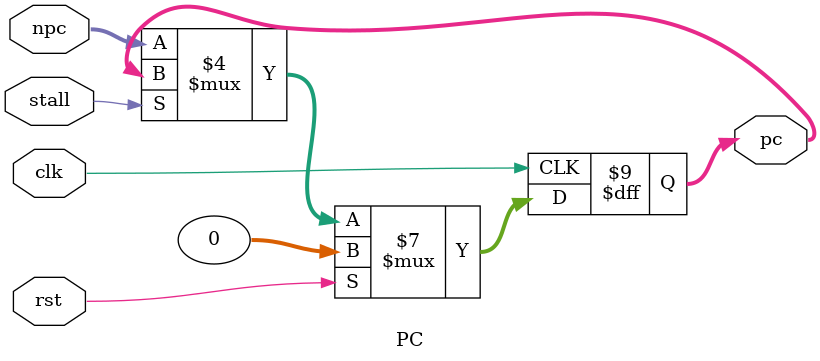
<source format=v>
module PC (
    input clk, rst,
    input [31:0] npc,
    input stall,
    output reg [31:0] pc
);
    initial begin
        pc <= 0;
    end
    always @(posedge clk) begin
        if (rst)
            pc <= 0;
        else if (!stall) begin
            pc <= npc;
        end
    end
endmodule
</source>
